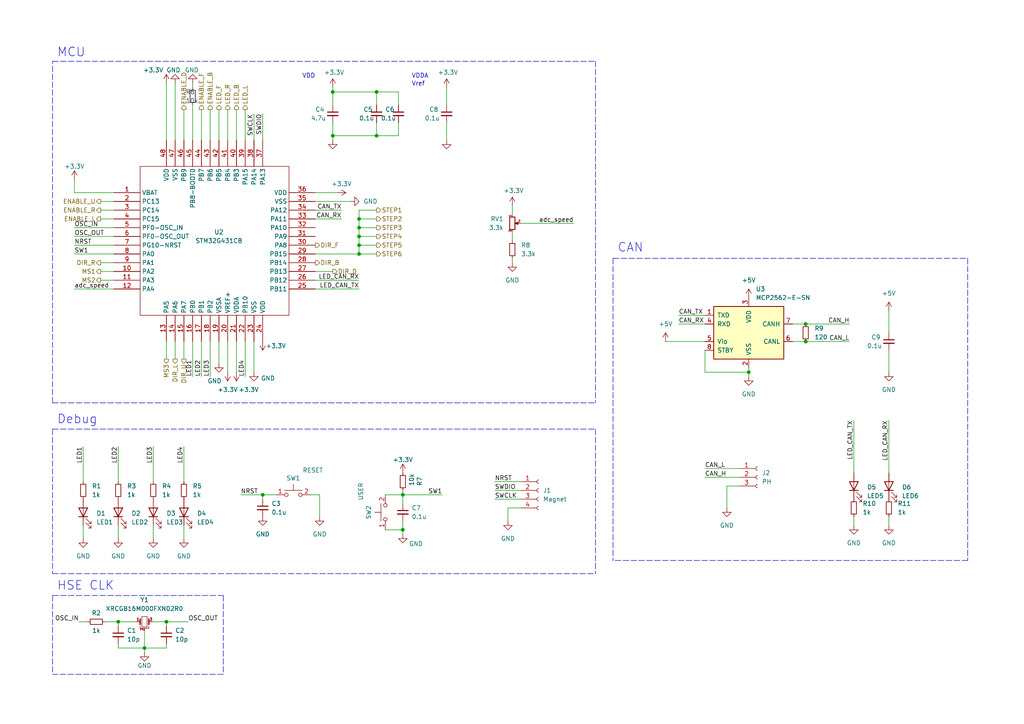
<source format=kicad_sch>
(kicad_sch (version 20231120) (generator "eeschema") (generator_version "8.0")
  (paper "A4")
  (lib_symbols
    (symbol "Connector:Conn_01x03_Socket" (pin_names (offset 1.016) hide)
      (property "Reference" "J" (at 0 5.08 0))
      (property "Value" "Conn_01x03_Socket" (at 0 -5.08 0))
      (symbol "Conn_01x03_Socket_1_1"
        (arc (start 0 -2.032) (mid -0.5058 -2.54) (end 0 -3.048) (stroke (width 0.1524)))
        (polyline (pts (xy -1.27 -2.54) (xy -0.508 -2.54)) (stroke (width 0.1524)))
        (polyline (pts (xy -1.27 0) (xy -0.508 0)) (stroke (width 0.1524)))
        (polyline (pts (xy -1.27 2.54) (xy -0.508 2.54)) (stroke (width 0.1524)))
        (arc (start 0 0.508) (mid -0.5058 0) (end 0 -0.508) (stroke (width 0.1524)))
        (arc (start 0 3.048) (mid -0.5058 2.54) (end 0 2.032) (stroke (width 0.1524)))
        (pin passive line (at -5.08 2.54 0) (length 3.81) (name "Pin_1") (number "1"))
        (pin passive line (at -5.08 0 0) (length 3.81) (name "Pin_2") (number "2"))
        (pin passive line (at -5.08 -2.54 0) (length 3.81) (name "Pin_3") (number "3"))
      )
    )
    (symbol "Connector:Conn_01x04_Female" (pin_names (offset 1.016) hide)
      (property "Reference" "J" (at 0 5.08 0))
      (property "Value" "Conn_01x04_Female" (at 0 -7.62 0))
      (symbol "Conn_01x04_Female_1_1"
        (arc (start 0 -4.572) (mid -0.5058 -5.08) (end 0 -5.588) (stroke (width 0.1524)))
        (arc (start 0 -2.032) (mid -0.5058 -2.54) (end 0 -3.048) (stroke (width 0.1524)))
        (polyline (pts (xy -1.27 -5.08) (xy -0.508 -5.08)) (stroke (width 0.1524)))
        (polyline (pts (xy -1.27 -2.54) (xy -0.508 -2.54)) (stroke (width 0.1524)))
        (polyline (pts (xy -1.27 0) (xy -0.508 0)) (stroke (width 0.1524)))
        (polyline (pts (xy -1.27 2.54) (xy -0.508 2.54)) (stroke (width 0.1524)))
        (arc (start 0 0.508) (mid -0.5058 0) (end 0 -0.508) (stroke (width 0.1524)))
        (arc (start 0 3.048) (mid -0.5058 2.54) (end 0 2.032) (stroke (width 0.1524)))
        (pin passive line (at -5.08 2.54 0) (length 3.81) (name "Pin_1") (number "1"))
        (pin passive line (at -5.08 0 0) (length 3.81) (name "Pin_2") (number "2"))
        (pin passive line (at -5.08 -2.54 0) (length 3.81) (name "Pin_3") (number "3"))
        (pin passive line (at -5.08 -5.08 0) (length 3.81) (name "Pin_4") (number "4"))
      )
    )
    (symbol "Device:C_Small" (pin_numbers hide) (pin_names (offset 0.254) hide)
      (property "Reference" "C" (at 0.254 1.778 0))
      (property "Value" "C_Small" (at 0.254 -2.032 0))
      (symbol "C_Small_0_1"
        (polyline (pts (xy -1.524 -0.508) (xy 1.524 -0.508)) (stroke (width 0.3302)))
        (polyline (pts (xy -1.524 0.508) (xy 1.524 0.508)) (stroke (width 0.3048)))
      )
      (symbol "C_Small_1_1"
        (pin passive line (at 0 2.54 270) (length 2.032) (name "~") (number "1"))
        (pin passive line (at 0 -2.54 90) (length 2.032) (name "~") (number "2"))
      )
    )
    (symbol "Device:Crystal_GND2_Small" (pin_names (offset 1.016) hide)
      (property "Reference" "Y" (at 0 5.08 0))
      (property "Value" "Crystal_GND2_Small" (at 0 3.175 0))
      (symbol "Crystal_GND2_Small_0_1"
        (rectangle (start -0.762 -1.524) (end 0.762 1.524))
        (polyline (pts (xy -1.27 -0.762) (xy -1.27 0.762)) (stroke (width 0.381)))
        (polyline (pts (xy 1.27 -0.762) (xy 1.27 0.762)) (stroke (width 0.381)))
        (polyline (pts (xy -1.27 -1.27) (xy -1.27 -1.905) (xy 1.27 -1.905) (xy 1.27 -1.27)))
      )
      (symbol "Crystal_GND2_Small_1_1"
        (pin passive line (at -2.54 0 0) (length 1.27) (name "1") (number "1"))
        (pin passive line (at 0 -2.54 90) (length 0.635) (name "2") (number "2"))
        (pin passive line (at 2.54 0 180) (length 1.27) (name "3") (number "3"))
      )
    )
    (symbol "Device:LED" (pin_numbers hide) (pin_names (offset 1.016) hide)
      (property "Reference" "D" (at 0 2.54 0))
      (property "Value" "LED" (at 0 -2.54 0))
      (symbol "LED_0_1"
        (polyline (pts (xy -1.27 -1.27) (xy -1.27 1.27)) (stroke (width 0.254)))
        (polyline (pts (xy -1.27 0) (xy 1.27 0)))
        (polyline (pts (xy 1.27 -1.27) (xy 1.27 1.27) (xy -1.27 0) (xy 1.27 -1.27)) (stroke (width 0.254)))
        (polyline (pts (xy -3.048 -0.762) (xy -4.572 -2.286) (xy -3.81 -2.286) (xy -4.572 -2.286) (xy -4.572 -1.524)))
        (polyline (pts (xy -1.778 -0.762) (xy -3.302 -2.286) (xy -2.54 -2.286) (xy -3.302 -2.286) (xy -3.302 -1.524)))
      )
      (symbol "LED_1_1"
        (pin passive line (at -3.81 0 0) (length 2.54) (name "K") (number "1"))
        (pin passive line (at 3.81 0 180) (length 2.54) (name "A") (number "2"))
      )
    )
    (symbol "Device:R_Potentiometer_Small" (pin_names (offset 1.016) hide)
      (property "Reference" "RV" (at -4.445 0 90))
      (property "Value" "R_Potentiometer_Small" (at -2.54 0 90))
      (symbol "R_Potentiometer_Small_0_1"
        (polyline (pts (xy 0.889 0) (xy 0.635 0) (xy 1.651 0.381) (xy 1.651 -0.381) (xy 0.635 0) (xy 0.889 0)) (fill (type outline)))
        (rectangle (start 0.762 1.8034) (end -0.762 -1.8034) (stroke (width 0.254)))
      )
      (symbol "R_Potentiometer_Small_1_1"
        (pin passive line (at 0 2.54 270) (length 0.635) (name "1") (number "1"))
        (pin passive line (at 2.54 0 180) (length 0.9906) (name "2") (number "2"))
        (pin passive line (at 0 -2.54 90) (length 0.635) (name "3") (number "3"))
      )
    )
    (symbol "Device:R_Small" (pin_numbers hide) (pin_names (offset 0.254) hide)
      (property "Reference" "R" (at 0.762 0.508 0))
      (property "Value" "R_Small" (at 0.762 -1.016 0))
      (symbol "R_Small_0_1"
        (rectangle (start -0.762 1.778) (end 0.762 -1.778) (stroke (width 0.2032)))
      )
      (symbol "R_Small_1_1"
        (pin passive line (at 0 2.54 270) (length 0.762) (name "~") (number "1"))
        (pin passive line (at 0 -2.54 90) (length 0.762) (name "~") (number "2"))
      )
    )
    (symbol "Interface_CAN_LIN:MCP2562-E-SN" (pin_names (offset 1.016))
      (property "Reference" "U" (at -10.16 8.89 0))
      (property "Value" "MCP2562-E-SN" (at 2.54 8.89 0))
      (symbol "MCP2562-E-SN_0_1"
        (rectangle (start -10.16 7.62) (end 10.16 -7.62) (stroke (width 0.254)) (fill (type background)))
      )
      (symbol "MCP2562-E-SN_1_1"
        (pin input line (at -12.7 5.08 0) (length 2.54) (name "TXD") (number "1"))
        (pin power_in line (at 0 -10.16 90) (length 2.54) (name "VSS") (number "2"))
        (pin power_in line (at 0 10.16 270) (length 2.54) (name "VDD") (number "3"))
        (pin output line (at -12.7 2.54 0) (length 2.54) (name "RXD") (number "4"))
        (pin power_in line (at -12.7 -2.54 0) (length 2.54) (name "Vio") (number "5"))
        (pin bidirectional line (at 12.7 -2.54 180) (length 2.54) (name "CANL") (number "6"))
        (pin bidirectional line (at 12.7 2.54 180) (length 2.54) (name "CANH") (number "7"))
        (pin input line (at -12.7 -5.08 0) (length 2.54) (name "STBY") (number "8"))
      )
    )
    (symbol "My_Device:SKRPACE" (pin_names (offset 1.016))
      (property "Reference" "SW" (at 0 6.35 0))
      (property "Value" "My_Device_SKRPACE" (at 0 8.89 0))
      (symbol "SKRPACE_1_1"
        (circle (center -2.032 0) (radius 0.508))
        (polyline (pts (xy 0 1.27) (xy 0 3.048)))
        (polyline (pts (xy 2.54 1.27) (xy -2.54 1.27)))
        (circle (center 2.032 0) (radius 0.508))
        (pin passive line (at -5.08 0 0) (length 2.54) (name "~") (number "1"))
        (pin passive line (at 5.08 0 180) (length 2.54) (name "~") (number "2"))
      )
    )
    (symbol "bldc_lib:STM32G431CB"
      (property "Reference" "U" (at 0 0 0))
      (property "Value" "STM32G431CB" (at 0 -2.54 0))
      (symbol "STM32G431CB_0_1"
        (rectangle (start -21.59 21.59) (end 21.59 -21.59))
      )
      (symbol "STM32G431CB_1_1"
        (pin input line (at -29.21 13.97 0) (length 7.62) (name "VBAT") (number "1"))
        (pin input line (at -29.21 -8.89 0) (length 7.62) (name "PA2") (number "10"))
        (pin input line (at -29.21 -11.43 0) (length 7.62) (name "PA3") (number "11"))
        (pin input line (at -29.21 -13.97 0) (length 7.62) (name "PA4") (number "12"))
        (pin input line (at -13.97 -29.21 90) (length 7.62) (name "PA5") (number "13"))
        (pin input line (at -11.43 -29.21 90) (length 7.62) (name "PA6") (number "14"))
        (pin input line (at -8.89 -29.21 90) (length 7.62) (name "PA7") (number "15"))
        (pin input line (at -6.35 -29.21 90) (length 7.62) (name "PB0") (number "16"))
        (pin input line (at -3.81 -29.21 90) (length 7.62) (name "PB1") (number "17"))
        (pin input line (at -1.27 -29.21 90) (length 7.62) (name "PB2") (number "18"))
        (pin input line (at 1.27 -29.21 90) (length 7.62) (name "VSSA") (number "19"))
        (pin input line (at -29.21 11.43 0) (length 7.62) (name "PC13") (number "2"))
        (pin input line (at 3.81 -29.21 90) (length 7.62) (name "VREF+") (number "20"))
        (pin input line (at 6.35 -29.21 90) (length 7.62) (name "VDDA") (number "21"))
        (pin input line (at 8.89 -29.21 90) (length 7.62) (name "PB10") (number "22"))
        (pin input line (at 11.43 -29.21 90) (length 7.62) (name "VSS") (number "23"))
        (pin input line (at 13.97 -29.21 90) (length 7.62) (name "VDD") (number "24"))
        (pin input line (at 29.21 -13.97 180) (length 7.62) (name "PB11") (number "25"))
        (pin input line (at 29.21 -11.43 180) (length 7.62) (name "PB12") (number "26"))
        (pin input line (at 29.21 -8.89 180) (length 7.62) (name "PB13") (number "27"))
        (pin input line (at 29.21 -6.35 180) (length 7.62) (name "PB14") (number "28"))
        (pin input line (at 29.21 -3.81 180) (length 7.62) (name "PB15") (number "29"))
        (pin input line (at -29.21 8.89 0) (length 7.62) (name "PC14") (number "3"))
        (pin input line (at 29.21 -1.27 180) (length 7.62) (name "PA8") (number "30"))
        (pin input line (at 29.21 1.27 180) (length 7.62) (name "PA9") (number "31"))
        (pin input line (at 29.21 3.81 180) (length 7.62) (name "PA10") (number "32"))
        (pin input line (at 29.21 6.35 180) (length 7.62) (name "PA11") (number "33"))
        (pin input line (at 29.21 8.89 180) (length 7.62) (name "PA12") (number "34"))
        (pin input line (at 29.21 11.43 180) (length 7.62) (name "VSS") (number "35"))
        (pin input line (at 29.21 13.97 180) (length 7.62) (name "VDD") (number "36"))
        (pin input line (at 13.97 29.21 270) (length 7.62) (name "PA13") (number "37"))
        (pin input line (at 11.43 29.21 270) (length 7.62) (name "PA14") (number "38"))
        (pin input line (at 8.89 29.21 270) (length 7.62) (name "PA15") (number "39"))
        (pin input line (at -29.21 6.35 0) (length 7.62) (name "PC15") (number "4"))
        (pin input line (at 6.35 29.21 270) (length 7.62) (name "PB3") (number "40"))
        (pin input line (at 3.81 29.21 270) (length 7.62) (name "PB4") (number "41"))
        (pin input line (at 1.27 29.21 270) (length 7.62) (name "PB5") (number "42"))
        (pin input line (at -1.27 29.21 270) (length 7.62) (name "PB6") (number "43"))
        (pin input line (at -3.81 29.21 270) (length 7.62) (name "PB7") (number "44"))
        (pin input line (at -6.35 29.21 270) (length 7.62) (name "PB8-BOOT0") (number "45"))
        (pin input line (at -8.89 29.21 270) (length 7.62) (name "PB9") (number "46"))
        (pin input line (at -11.43 29.21 270) (length 7.62) (name "VSS") (number "47"))
        (pin input line (at -13.97 29.21 270) (length 7.62) (name "VDD") (number "48"))
        (pin input line (at -29.21 3.81 0) (length 7.62) (name "PF0-OSC_IN") (number "5"))
        (pin input line (at -29.21 1.27 0) (length 7.62) (name "PF0-OSC_OUT") (number "6"))
        (pin input line (at -29.21 -1.27 0) (length 7.62) (name "PG10-NRST") (number "7"))
        (pin input line (at -29.21 -3.81 0) (length 7.62) (name "PA0") (number "8"))
        (pin input line (at -29.21 -6.35 0) (length 7.62) (name "PA1") (number "9"))
      )
    )
    (symbol "power:+3.3V" (power) (pin_names (offset 0))
      (property "Value" "+3.3V" (at 0 3.556 0))
      (symbol "+3.3V_0_1"
        (polyline (pts (xy -0.762 1.27) (xy 0 2.54)))
        (polyline (pts (xy 0 0) (xy 0 2.54)))
        (polyline (pts (xy 0 2.54) (xy 0.762 1.27)))
      )
      (symbol "+3.3V_1_1"
        (pin power_in line (at 0 0 90) (length 0) hide (name "+3.3V") (number "1"))
      )
    )
    (symbol "power:+5V" (power) (pin_names (offset 0))
      (property "Value" "+5V" (at 0 3.556 0))
      (symbol "+5V_0_1"
        (polyline (pts (xy -0.762 1.27) (xy 0 2.54)))
        (polyline (pts (xy 0 0) (xy 0 2.54)))
        (polyline (pts (xy 0 2.54) (xy 0.762 1.27)))
      )
      (symbol "+5V_1_1"
        (pin power_in line (at 0 0 90) (length 0) hide (name "+5V") (number "1"))
      )
    )
    (symbol "power:GND" (power) (pin_names (offset 0))
      (property "Value" "GND" (at 0 -3.81 0))
      (symbol "GND_0_1"
        (polyline (pts (xy 0 0) (xy 0 -1.27) (xy 1.27 -1.27) (xy 0 -2.54) (xy -1.27 -1.27) (xy 0 -1.27)))
      )
      (symbol "GND_1_1"
        (pin power_in line (at 0 0 270) (length 0) hide (name "GND") (number "1"))
      )
    )
  )
  (junction (at 104.14 63.5))
  (junction (at 116.84 153.67))
  (junction (at 48.26 180.34))
  (junction (at 109.22 26.67))
  (junction (at 116.84 143.51))
  (junction (at 104.14 68.58))
  (junction (at 109.22 39.37))
  (junction (at 104.14 71.12))
  (junction (at 233.68 99.06))
  (junction (at 96.52 39.37))
  (junction (at 41.91 187.96))
  (junction (at 96.52 26.67))
  (junction (at 34.29 180.34))
  (junction (at 104.14 66.04))
  (junction (at 104.14 73.66))
  (junction (at 233.68 93.98))
  (junction (at 217.17 107.95))
  (junction (at 76.2 143.51))
  (wire (pts (xy 129.54 25.4) (xy 129.54 30.48)))
  (wire (pts (xy 257.81 149.86) (xy 257.81 152.4)))
  (wire (pts (xy 96.52 39.37) (xy 96.52 40.64)))
  (wire (pts (xy 104.14 60.96) (xy 104.14 63.5)))
  (wire (pts (xy 34.29 186.69) (xy 34.29 187.96)))
  (wire (pts (xy 69.85 143.51) (xy 76.2 143.51)))
  (wire (pts (xy 41.91 187.96) (xy 48.26 187.96)))
  (wire (pts (xy 71.12 31.75) (xy 71.12 40.64)))
  (polyline (pts (xy 172.72 17.78) (xy 172.72 116.84)) (stroke (width 0) (type dash)))
  (wire (pts (xy 22.86 180.34) (xy 25.4 180.34)))
  (wire (pts (xy 116.84 154.94) (xy 116.84 153.67)))
  (polyline (pts (xy 15.24 124.46) (xy 172.72 124.46)) (stroke (width 0) (type dash)))
  (wire (pts (xy 257.81 90.17) (xy 257.81 96.52)))
  (wire (pts (xy 151.13 147.32) (xy 147.32 147.32)))
  (wire (pts (xy 257.81 101.6) (xy 257.81 107.95)))
  (wire (pts (xy 109.22 60.96) (xy 104.14 60.96)))
  (wire (pts (xy 204.47 107.95) (xy 217.17 107.95)))
  (wire (pts (xy 66.04 107.95) (xy 66.04 99.06)))
  (wire (pts (xy 104.14 63.5) (xy 109.22 63.5)))
  (wire (pts (xy 21.59 66.04) (xy 33.02 66.04)))
  (wire (pts (xy 204.47 135.89) (xy 214.63 135.89)))
  (wire (pts (xy 53.34 152.4) (xy 53.34 156.21)))
  (wire (pts (xy 111.76 153.67) (xy 116.84 153.67)))
  (wire (pts (xy 91.44 78.74) (xy 96.52 78.74)))
  (wire (pts (xy 104.14 71.12) (xy 104.14 73.66)))
  (wire (pts (xy 29.21 58.42) (xy 33.02 58.42)))
  (wire (pts (xy 30.48 180.34) (xy 34.29 180.34)))
  (wire (pts (xy 73.66 33.02) (xy 73.66 40.64)))
  (wire (pts (xy 143.51 139.7) (xy 151.13 139.7)))
  (wire (pts (xy 53.34 104.14) (xy 53.34 99.06)))
  (wire (pts (xy 143.51 142.24) (xy 151.13 142.24)))
  (wire (pts (xy 104.14 63.5) (xy 104.14 66.04)))
  (wire (pts (xy 129.54 35.56) (xy 129.54 40.64)))
  (wire (pts (xy 76.2 33.02) (xy 76.2 40.64)))
  (wire (pts (xy 196.85 93.98) (xy 204.47 93.98)))
  (wire (pts (xy 21.59 83.82) (xy 33.02 83.82)))
  (wire (pts (xy 34.29 187.96) (xy 41.91 187.96)))
  (wire (pts (xy 116.84 151.13) (xy 116.84 153.67)))
  (wire (pts (xy 41.91 182.88) (xy 41.91 187.96)))
  (wire (pts (xy 29.21 60.96) (xy 33.02 60.96)))
  (wire (pts (xy 34.29 152.4) (xy 34.29 156.21)))
  (wire (pts (xy 148.59 59.69) (xy 148.59 62.23)))
  (wire (pts (xy 148.59 67.31) (xy 148.59 69.85)))
  (wire (pts (xy 55.88 99.06) (xy 55.88 109.22)))
  (wire (pts (xy 166.37 64.77) (xy 151.13 64.77)))
  (wire (pts (xy 104.14 71.12) (xy 109.22 71.12)))
  (wire (pts (xy 73.66 99.06) (xy 73.66 107.95)))
  (polyline (pts (xy 15.24 17.78) (xy 172.72 17.78)) (stroke (width 0) (type dash)))
  (polyline (pts (xy 177.8 74.93) (xy 280.67 74.93)) (stroke (width 0) (type dash)))
  (polyline (pts (xy 177.8 74.93) (xy 177.8 162.56)) (stroke (width 0) (type dash)))
  (wire (pts (xy 246.38 93.98) (xy 233.68 93.98)))
  (polyline (pts (xy 69.85 166.37) (xy 172.72 166.37)) (stroke (width 0) (type dash)))
  (wire (pts (xy 55.88 30.48) (xy 55.88 40.64)))
  (wire (pts (xy 247.65 149.86) (xy 247.65 152.4)))
  (wire (pts (xy 109.22 39.37) (xy 115.57 39.37)))
  (wire (pts (xy 60.96 109.22) (xy 60.96 99.06)))
  (wire (pts (xy 109.22 26.67) (xy 115.57 26.67)))
  (wire (pts (xy 48.26 186.69) (xy 48.26 187.96)))
  (wire (pts (xy 96.52 35.56) (xy 96.52 39.37)))
  (polyline (pts (xy 280.67 74.93) (xy 280.67 162.56)) (stroke (width 0) (type dash)))
  (wire (pts (xy 148.59 76.2) (xy 148.59 74.93)))
  (wire (pts (xy 104.14 68.58) (xy 109.22 68.58)))
  (wire (pts (xy 24.13 152.4) (xy 24.13 156.21)))
  (wire (pts (xy 76.2 144.78) (xy 76.2 143.51)))
  (wire (pts (xy 53.34 31.75) (xy 53.34 40.64)))
  (wire (pts (xy 210.82 140.97) (xy 214.63 140.97)))
  (wire (pts (xy 115.57 35.56) (xy 115.57 39.37)))
  (wire (pts (xy 48.26 104.14) (xy 48.26 99.06)))
  (wire (pts (xy 48.26 180.34) (xy 48.26 181.61)))
  (polyline (pts (xy 172.72 124.46) (xy 172.72 166.37)) (stroke (width 0) (type dash)))
  (polyline (pts (xy 15.24 166.37) (xy 69.85 166.37)) (stroke (width 0) (type dash)))
  (wire (pts (xy 21.59 52.07) (xy 21.59 55.88)))
  (wire (pts (xy 246.38 99.06) (xy 233.68 99.06)))
  (wire (pts (xy 96.52 26.67) (xy 109.22 26.67)))
  (wire (pts (xy 21.59 68.58) (xy 33.02 68.58)))
  (wire (pts (xy 193.04 99.06) (xy 204.47 99.06)))
  (polyline (pts (xy 280.67 162.56) (xy 177.8 162.56)) (stroke (width 0) (type dash)))
  (wire (pts (xy 58.42 31.75) (xy 58.42 40.64)))
  (wire (pts (xy 104.14 66.04) (xy 109.22 66.04)))
  (polyline (pts (xy 15.24 116.84) (xy 172.72 116.84)) (stroke (width 0) (type dash)))
  (wire (pts (xy 21.59 55.88) (xy 33.02 55.88)))
  (wire (pts (xy 29.21 63.5) (xy 33.02 63.5)))
  (wire (pts (xy 96.52 26.67) (xy 96.52 30.48)))
  (wire (pts (xy 92.71 143.51) (xy 90.17 143.51)))
  (wire (pts (xy 128.27 143.51) (xy 116.84 143.51)))
  (polyline (pts (xy 15.24 124.46) (xy 15.24 166.37)) (stroke (width 0) (type dash)))
  (wire (pts (xy 29.21 78.74) (xy 33.02 78.74)))
  (wire (pts (xy 217.17 106.68) (xy 217.17 107.95)))
  (wire (pts (xy 99.06 60.96) (xy 91.44 60.96)))
  (wire (pts (xy 257.81 121.92) (xy 257.81 137.16)))
  (polyline (pts (xy 15.24 172.72) (xy 15.24 195.58)) (stroke (width 0) (type dash)))
  (wire (pts (xy 29.21 76.2) (xy 33.02 76.2)))
  (wire (pts (xy 104.14 68.58) (xy 104.14 71.12)))
  (wire (pts (xy 92.71 149.86) (xy 92.71 143.51)))
  (wire (pts (xy 104.14 73.66) (xy 109.22 73.66)))
  (wire (pts (xy 34.29 180.34) (xy 34.29 181.61)))
  (wire (pts (xy 204.47 101.6) (xy 204.47 107.95)))
  (wire (pts (xy 68.58 31.75) (xy 68.58 40.64)))
  (wire (pts (xy 109.22 35.56) (xy 109.22 39.37)))
  (polyline (pts (xy 15.24 172.72) (xy 64.77 172.72)) (stroke (width 0) (type dash)))
  (polyline (pts (xy 69.85 166.37) (xy 69.85 166.37)) (stroke (width 0) (type dash)))
  (polyline (pts (xy 64.77 195.58) (xy 15.24 195.58)) (stroke (width 0) (type dash)))
  (wire (pts (xy 29.21 81.28) (xy 33.02 81.28)))
  (wire (pts (xy 96.52 39.37) (xy 109.22 39.37)))
  (wire (pts (xy 48.26 180.34) (xy 54.61 180.34)))
  (wire (pts (xy 39.37 180.34) (xy 34.29 180.34)))
  (wire (pts (xy 204.47 138.43) (xy 214.63 138.43)))
  (wire (pts (xy 76.2 143.51) (xy 80.01 143.51)))
  (wire (pts (xy 24.13 129.54) (xy 24.13 139.7)))
  (wire (pts (xy 104.14 66.04) (xy 104.14 68.58)))
  (wire (pts (xy 63.5 99.06) (xy 63.5 105.41)))
  (wire (pts (xy 21.59 73.66) (xy 33.02 73.66)))
  (wire (pts (xy 143.51 144.78) (xy 151.13 144.78)))
  (wire (pts (xy 33.02 71.12) (xy 21.59 71.12)))
  (wire (pts (xy 58.42 109.22) (xy 58.42 99.06)))
  (wire (pts (xy 91.44 55.88) (xy 97.79 55.88)))
  (wire (pts (xy 50.8 24.13) (xy 50.8 40.64)))
  (wire (pts (xy 99.06 63.5) (xy 91.44 63.5)))
  (wire (pts (xy 91.44 58.42) (xy 101.6 58.42)))
  (wire (pts (xy 233.68 99.06) (xy 229.87 99.06)))
  (wire (pts (xy 63.5 31.75) (xy 63.5 40.64)))
  (wire (pts (xy 66.04 31.75) (xy 66.04 40.64)))
  (wire (pts (xy 116.84 142.24) (xy 116.84 143.51)))
  (wire (pts (xy 233.68 93.98) (xy 229.87 93.98)))
  (wire (pts (xy 115.57 26.67) (xy 115.57 30.48)))
  (wire (pts (xy 71.12 99.06) (xy 71.12 109.22)))
  (wire (pts (xy 48.26 24.13) (xy 48.26 40.64)))
  (wire (pts (xy 116.84 143.51) (xy 116.84 146.05)))
  (wire (pts (xy 147.32 147.32) (xy 147.32 151.13)))
  (wire (pts (xy 111.76 143.51) (xy 116.84 143.51)))
  (wire (pts (xy 53.34 129.54) (xy 53.34 139.7)))
  (wire (pts (xy 44.45 180.34) (xy 48.26 180.34)))
  (wire (pts (xy 60.96 31.75) (xy 60.96 40.64)))
  (wire (pts (xy 50.8 104.14) (xy 50.8 99.06)))
  (wire (pts (xy 247.65 121.92) (xy 247.65 137.16)))
  (wire (pts (xy 44.45 129.54) (xy 44.45 139.7)))
  (wire (pts (xy 109.22 26.67) (xy 109.22 30.48)))
  (wire (pts (xy 41.91 187.96) (xy 41.91 189.23)))
  (wire (pts (xy 68.58 107.95) (xy 68.58 99.06)))
  (wire (pts (xy 196.85 91.44) (xy 204.47 91.44)))
  (polyline (pts (xy 172.72 166.37) (xy 172.72 166.37)) (stroke (width 0) (type dash)))
  (wire (pts (xy 91.44 81.28) (xy 104.14 81.28)))
  (wire (pts (xy 217.17 107.95) (xy 217.17 109.22)))
  (wire (pts (xy 34.29 129.54) (xy 34.29 139.7)))
  (wire (pts (xy 44.45 152.4) (xy 44.45 156.21)))
  (wire (pts (xy 104.14 83.82) (xy 91.44 83.82)))
  (wire (pts (xy 55.88 24.13) (xy 55.88 25.4)))
  (wire (pts (xy 96.52 26.67) (xy 96.52 25.4)))
  (polyline (pts (xy 64.77 172.72) (xy 64.77 195.58)) (stroke (width 0) (type dash)))
  (wire (pts (xy 210.82 140.97) (xy 210.82 147.32)))
  (polyline (pts (xy 15.24 116.84) (xy 15.24 17.78)) (stroke (width 0) (type dash)))
  (wire (pts (xy 91.44 73.66) (xy 104.14 73.66)))
  (text "Vref" (at 119.38 25.146 0) (effects (font (size 1.27 1.27)) (justify left bottom)))
  (text "VDD" (at 87.63 22.86 0) (effects (font (size 1.27 1.27)) (justify left bottom)))
  (text "MCU" (at 16.51 16.764 0) (effects (font (size 2.54 2.54)) (justify left bottom)))
  (text "CAN" (at 179.07 73.406 0) (effects (font (size 2.54 2.54)) (justify left bottom)))
  (text "VDDA" (at 119.38 22.86 0) (effects (font (size 1.27 1.27)) (justify left bottom)))
  (text "Debug" (at 16.51 123.19 0) (effects (font (size 2.54 2.54)) (justify left bottom)))
  (text "HSE CLK" (at 16.51 171.45 0) (effects (font (size 2.54 2.54)) (justify left bottom)))
  (label "CAN_H" (at 246.38 93.98 180))
  (label "LED4" (at 53.34 129.54 270))
  (label "NRST" (at 69.85 143.51 0))
  (label "LED3" (at 44.45 129.54 270))
  (label "NRST" (at 143.51 139.7 0))
  (label "OSC_OUT" (at 54.61 180.34 0))
  (label "CAN_RX" (at 99.06 63.5 180))
  (label "CAN_H" (at 204.47 138.43 0))
  (label "SW1" (at 21.59 73.66 0))
  (label "LED3" (at 60.96 109.22 90))
  (label "CAN_TX" (at 99.06 60.96 180))
  (label "adc_speed" (at 21.59 83.82 0))
  (label "LED4" (at 71.12 109.22 90))
  (label "LED2" (at 58.42 109.22 90))
  (label "LED1" (at 24.13 129.54 270))
  (label "LED_CAN_TX" (at 247.65 121.92 270))
  (label "LED2" (at 34.29 129.54 270))
  (label "CAN_TX" (at 196.85 91.44 0))
  (label "SW1" (at 128.27 143.51 180))
  (label "OSC_OUT" (at 21.59 68.58 0))
  (label "SWDIO" (at 76.2 33.02 270))
  (label "NRST" (at 21.59 71.12 0))
  (label "LED_CAN_RX" (at 104.14 81.28 180))
  (label "SWCLK" (at 143.51 144.78 0))
  (label "SWDIO" (at 143.51 142.24 0))
  (label "LED_CAN_TX" (at 104.14 83.82 180))
  (label "LED_CAN_RX" (at 257.81 121.92 270))
  (label "OSC_IN" (at 21.59 66.04 0))
  (label "CAN_RX" (at 196.85 93.98 0))
  (label "OSC_IN" (at 22.86 180.34 180))
  (label "CAN_L" (at 204.47 135.89 0))
  (label "CAN_L" (at 246.38 99.06 180))
  (label "LED1" (at 55.88 109.22 90))
  (label "adc_speed" (at 166.37 64.77 180))
  (label "SWCLK" (at 73.66 33.02 270))
  (hierarchical_label "ENABLE_D" (shape output) (at 53.34 31.75 90))
  (hierarchical_label "LED_L" (shape output) (at 71.12 31.75 90))
  (hierarchical_label "ENABLE_R" (shape output) (at 29.21 60.96 180))
  (hierarchical_label "ENABLE_U" (shape output) (at 29.21 58.42 180))
  (hierarchical_label "DIR_R" (shape output) (at 29.21 76.2 180))
  (hierarchical_label "DIR_U" (shape output) (at 53.34 104.14 270))
  (hierarchical_label "DIR_D" (shape output) (at 96.52 78.74 0))
  (hierarchical_label "STEP3" (shape output) (at 109.22 66.04 0))
  (hierarchical_label "MS1" (shape output) (at 29.21 78.74 180))
  (hierarchical_label "DIR_B" (shape output) (at 91.44 76.2 0))
  (hierarchical_label "ENABLE_B" (shape output) (at 60.96 31.75 90))
  (hierarchical_label "ENABLE_L" (shape output) (at 29.21 63.5 180))
  (hierarchical_label "DIR_L" (shape output) (at 50.8 104.14 270))
  (hierarchical_label "MS3" (shape output) (at 48.26 104.14 270))
  (hierarchical_label "DIR_F" (shape output) (at 91.44 71.12 0))
  (hierarchical_label "LED_B" (shape output) (at 68.58 31.75 90))
  (hierarchical_label "STEP4" (shape output) (at 109.22 68.58 0))
  (hierarchical_label "STEP2" (shape output) (at 109.22 63.5 0))
  (hierarchical_label "STEP1" (shape output) (at 109.22 60.96 0))
  (hierarchical_label "STEP6" (shape output) (at 109.22 73.66 0))
  (hierarchical_label "LED_R" (shape output) (at 66.04 31.75 90))
  (hierarchical_label "ENABLE_F" (shape output) (at 58.42 31.75 90))
  (hierarchical_label "MS2" (shape output) (at 29.21 81.28 180))
  (hierarchical_label "LED_F" (shape output) (at 63.5 31.75 90))
  (hierarchical_label "STEP5" (shape output) (at 109.22 71.12 0))
  (symbol (lib_id "Device:Crystal_GND2_Small") (at 41.91 180.34 0) (unit 1)
    (property "Reference" "Y1" (at 41.91 173.99 0))
    (property "Value" "XRCGB16M000FXN02R0" (at 41.91 176.53 0))
    (property "Footprint" "bldc_lib:XRCGB" (effects (hide yes)))
  )
  (symbol (lib_id "power:+3.3V") (at 129.54 25.4 0) (unit 1)
    (property "Reference" "#PWR033" (effects (hide yes)))
    (property "Value" "+3.3V" (at 129.921 21.0058 0))
  )
  (symbol (lib_id "power:GND") (at 210.82 147.32 0) (unit 1)
    (property "Reference" "#PWR039" (effects (hide yes)))
    (property "Value" "GND" (at 210.82 152.4 0))
  )
  (symbol (lib_id "power:+3.3V") (at 148.59 59.69 0) (unit 1)
    (property "Reference" "#PWR036" (effects (hide yes)))
    (property "Value" "+3.3V" (at 148.971 55.2958 0))
  )
  (symbol (lib_id "Device:R_Small") (at 55.88 27.94 180) (unit 1)
    (property "Reference" "R6" (at 53.848 26.67 0) (effects (justify right)))
    (property "Value" "10k" (at 53.848 29.21 0) (effects (justify right)))
    (property "Footprint" "Resistor_SMD:R_0603_1608Metric_Pad0.98x0.95mm_HandSolder" (effects (hide yes)))
  )
  (symbol (lib_id "power:GND") (at 41.91 189.23 0) (unit 1)
    (property "Reference" "#PWR014" (effects (hide yes)))
    (property "Value" "GND" (at 41.91 193.04 0))
  )
  (symbol (lib_id "power:GND") (at 53.34 156.21 0) (unit 1)
    (property "Reference" "#PWR018" (effects (hide yes)))
    (property "Value" "GND" (at 53.34 161.29 0))
  )
  (symbol (lib_id "Device:C_Small") (at 129.54 33.02 0) (unit 1)
    (property "Reference" "C8" (at 124.46 31.75 0) (effects (justify left)))
    (property "Value" "0.1u" (at 123.19 34.29 0) (effects (justify left)))
    (property "Footprint" "Capacitor_SMD:C_0603_1608Metric" (effects (hide yes)))
  )
  (symbol (lib_id "power:+3.3V") (at 116.84 137.16 0) (unit 1)
    (property "Reference" "#PWR031" (effects (hide yes)))
    (property "Value" "+3.3V" (at 116.84 133.35 0))
  )
  (symbol (lib_id "Device:C_Small") (at 115.57 33.02 0) (unit 1)
    (property "Reference" "C6" (at 111.76 31.75 0) (effects (justify left)))
    (property "Value" "0.1u" (at 110.49 34.29 0) (effects (justify left)))
    (property "Footprint" "Capacitor_SMD:C_0603_1608Metric" (effects (hide yes)))
  )
  (symbol (lib_id "power:GND") (at 247.65 152.4 0) (unit 1)
    (property "Reference" "#PWR042" (effects (hide yes)))
    (property "Value" "GND" (at 247.65 157.48 0))
  )
  (symbol (lib_id "Device:LED") (at 34.29 148.59 90) (unit 1)
    (property "Reference" "D2" (at 38.1 148.9074 90) (effects (justify right)))
    (property "Value" "LED2" (at 38.1 151.4474 90) (effects (justify right)))
    (property "Footprint" "LED_SMD:LED_0603_1608Metric" (effects (hide yes)))
  )
  (symbol (lib_id "Device:R_Small") (at 233.68 96.52 0) (unit 1)
    (property "Reference" "R9" (at 236.22 95.2499 0) (effects (justify left)))
    (property "Value" "120" (at 236.22 97.7899 0) (effects (justify left)))
    (property "Footprint" "Resistor_SMD:R_0603_1608Metric_Pad0.98x0.95mm_HandSolder" (effects (hide yes)))
  )
  (symbol (lib_id "Device:R_Small") (at 247.65 147.32 0) (unit 1)
    (property "Reference" "R10" (at 250.19 146.0499 0) (effects (justify left)))
    (property "Value" "1k" (at 250.19 148.5899 0) (effects (justify left)))
    (property "Footprint" "Resistor_SMD:R_0603_1608Metric_Pad0.98x0.95mm_HandSolder" (effects (hide yes)))
  )
  (symbol (lib_id "power:+3.3V") (at 96.52 25.4 0) (unit 1)
    (property "Reference" "#PWR027" (effects (hide yes)))
    (property "Value" "+3.3V" (at 96.901 21.0058 0))
  )
  (symbol (lib_id "Device:R_Small") (at 257.81 147.32 0) (unit 1)
    (property "Reference" "R11" (at 260.35 146.0499 0) (effects (justify left)))
    (property "Value" "1k" (at 260.35 148.5899 0) (effects (justify left)))
    (property "Footprint" "Resistor_SMD:R_0603_1608Metric_Pad0.98x0.95mm_HandSolder" (effects (hide yes)))
  )
  (symbol (lib_id "power:+3.3V") (at 76.2 99.06 180) (unit 1)
    (property "Reference" "#PWR024" (effects (hide yes)))
    (property "Value" "+3.3V" (at 80.01 100.33 0))
  )
  (symbol (lib_id "Device:LED") (at 247.65 140.97 90) (unit 1)
    (property "Reference" "D5" (at 251.46 141.2874 90) (effects (justify right)))
    (property "Value" "LED5" (at 251.46 143.8274 90) (effects (justify right)))
    (property "Footprint" "LED_SMD:LED_0603_1608Metric" (effects (hide yes)))
  )
  (symbol (lib_id "Device:R_Small") (at 24.13 142.24 0) (unit 1)
    (property "Reference" "R1" (at 26.67 140.9699 0) (effects (justify left)))
    (property "Value" "1k" (at 26.67 143.5099 0) (effects (justify left)))
    (property "Footprint" "Resistor_SMD:R_0603_1608Metric_Pad0.98x0.95mm_HandSolder" (effects (hide yes)))
  )
  (symbol (lib_id "My_Device:SKRPACE") (at 111.76 148.59 90) (unit 1)
    (property "Reference" "SW2" (at 106.934 146.558 0) (effects (justify right)))
    (property "Value" "USER" (at 104.648 139.954 0) (effects (justify right)))
    (property "Footprint" "half_mouse_lib:TVAF06-A020B-R" (effects (hide yes)))
  )
  (symbol (lib_id "bldc_lib:STM32G431CB") (at 62.23 69.85 0) (unit 1)
    (property "Reference" "U2" (at 63.5 67.31 0))
    (property "Value" "STM32G431CB" (at 63.5 69.85 0))
    (property "Footprint" "Package_QFP:LQFP-48_7x7mm_P0.5mm" (effects (hide yes)))
  )
  (symbol (lib_id "Device:R_Small") (at 27.94 180.34 90) (unit 1)
    (property "Reference" "R2" (at 27.94 177.8 90))
    (property "Value" "1k" (at 27.94 182.88 90))
    (property "Footprint" "Resistor_SMD:R_0402_1005Metric_Pad0.72x0.64mm_HandSolder" (effects (hide yes)))
  )
  (symbol (lib_id "My_Device:SKRPACE") (at 85.09 143.51 0) (unit 1)
    (property "Reference" "SW1" (at 87.122 138.684 0) (effects (justify right)))
    (property "Value" "RESET" (at 93.726 136.398 0) (effects (justify right)))
    (property "Footprint" "half_mouse_lib:TVAF06-A020B-R" (effects (hide yes)))
  )
  (symbol (lib_id "power:GND") (at 217.17 109.22 0) (unit 1)
    (property "Reference" "#PWR041" (effects (hide yes)))
    (property "Value" "GND" (at 217.17 114.3 0))
  )
  (symbol (lib_id "power:GND") (at 50.8 24.13 180) (unit 1)
    (property "Reference" "#PWR017" (effects (hide yes)))
    (property "Value" "GND" (at 48.26 20.32 0) (effects (justify right)))
  )
  (symbol (lib_id "Device:C_Small") (at 48.26 184.15 0) (unit 1)
    (property "Reference" "C2" (at 50.8 182.8862 0) (effects (justify left)))
    (property "Value" "10p" (at 50.8 185.4262 0) (effects (justify left)))
    (property "Footprint" "Capacitor_SMD:C_0402_1005Metric_Pad0.74x0.62mm_HandSolder" (effects (hide yes)))
  )
  (symbol (lib_id "power:GND") (at 44.45 156.21 0) (unit 1)
    (property "Reference" "#PWR015" (effects (hide yes)))
    (property "Value" "GND" (at 44.45 161.29 0))
  )
  (symbol (lib_id "power:GND") (at 34.29 156.21 0) (unit 1)
    (property "Reference" "#PWR013" (effects (hide yes)))
    (property "Value" "GND" (at 34.29 161.29 0))
  )
  (symbol (lib_id "Connector:Conn_01x03_Socket") (at 219.71 138.43 0) (unit 1)
    (property "Reference" "J2" (at 220.98 137.1599 0) (effects (justify left)))
    (property "Value" "PH" (at 220.98 139.6999 0) (effects (justify left)))
    (property "Footprint" "Connector_JST:JST_PH_S3B-PH-K_1x03_P2.00mm_Horizontal" (effects (hide yes)))
    (property "Description" "Generic connector, single row, 01x03, script generated" (effects (hide yes)))
  )
  (symbol (lib_id "Device:R_Potentiometer_Small") (at 148.59 64.77 0) (unit 1)
    (property "Reference" "RV1" (at 146.05 63.4999 0) (effects (justify right)))
    (property "Value" "3.3k" (at 146.05 66.0399 0) (effects (justify right)))
    (property "Footprint" "Potentiometer_THT:Potentiometer_Vishay_T73YP_Vertical" (effects (hide yes)))
  )
  (symbol (lib_id "Device:C_Small") (at 257.81 99.06 0) (unit 1)
    (property "Reference" "C9" (at 252.73 97.79 0) (effects (justify left)))
    (property "Value" "0.1u" (at 251.46 100.33 0) (effects (justify left)))
    (property "Footprint" "Capacitor_SMD:C_0603_1608Metric" (effects (hide yes)))
  )
  (symbol (lib_id "power:+5V") (at 257.81 90.17 0) (unit 1)
    (property "Reference" "#PWR043" (effects (hide yes)))
    (property "Value" "+5V" (at 257.81 85.09 0))
  )
  (symbol (lib_id "power:+3.3V") (at 66.04 107.95 180) (unit 1)
    (property "Reference" "#PWR021" (effects (hide yes)))
    (property "Value" "+3.3V" (at 66.04 113.03 0))
  )
  (symbol (lib_id "Interface_CAN_LIN:MCP2562-E-SN") (at 217.17 96.52 0) (unit 1)
    (property "Reference" "U3" (at 219.1894 83.82 0) (effects (justify left)))
    (property "Value" "MCP2562-E-SN" (at 219.1894 86.36 0) (effects (justify left)))
    (property "Footprint" "Package_SO:SOIC-8_3.9x4.9mm_P1.27mm" (effects (hide yes)))
    (property "Datasheet" "http://ww1.microchip.com/downloads/en/DeviceDoc/25167A.pdf" (effects (hide yes)))
  )
  (symbol (lib_id "Device:C_Small") (at 76.2 147.32 0) (unit 1)
    (property "Reference" "C3" (at 78.74 146.0562 0) (effects (justify left)))
    (property "Value" "0.1u" (at 78.74 148.5962 0) (effects (justify left)))
    (property "Footprint" "Capacitor_SMD:C_0603_1608Metric_Pad1.08x0.95mm_HandSolder" (effects (hide yes)))
  )
  (symbol (lib_id "Device:LED") (at 24.13 148.59 90) (unit 1)
    (property "Reference" "D1" (at 27.94 148.9074 90) (effects (justify right)))
    (property "Value" "LED1" (at 27.94 151.4474 90) (effects (justify right)))
    (property "Footprint" "LED_SMD:LED_0603_1608Metric" (effects (hide yes)))
  )
  (symbol (lib_id "power:GND") (at 76.2 149.86 0) (unit 1)
    (property "Reference" "#PWR025" (effects (hide yes)))
    (property "Value" "GND" (at 76.2 154.94 0))
  )
  (symbol (lib_id "Device:LED") (at 44.45 148.59 90) (unit 1)
    (property "Reference" "D3" (at 48.26 148.9074 90) (effects (justify right)))
    (property "Value" "LED3" (at 48.26 151.4474 90) (effects (justify right)))
    (property "Footprint" "LED_SMD:LED_0603_1608Metric" (effects (hide yes)))
  )
  (symbol (lib_id "power:GND") (at 24.13 156.21 0) (unit 1)
    (property "Reference" "#PWR012" (effects (hide yes)))
    (property "Value" "GND" (at 24.13 161.29 0))
  )
  (symbol (lib_id "power:GND") (at 116.84 154.94 0) (unit 1)
    (property "Reference" "#PWR032" (effects (hide yes)))
    (property "Value" "GND" (at 120.65 157.734 0))
  )
  (symbol (lib_id "Device:R_Small") (at 34.29 142.24 0) (unit 1)
    (property "Reference" "R3" (at 36.83 140.9699 0) (effects (justify left)))
    (property "Value" "1k" (at 36.83 143.5099 0) (effects (justify left)))
    (property "Footprint" "Resistor_SMD:R_0603_1608Metric_Pad0.98x0.95mm_HandSolder" (effects (hide yes)))
  )
  (symbol (lib_id "power:GND") (at 63.5 105.41 0) (unit 1)
    (property "Reference" "#PWR020" (effects (hide yes)))
    (property "Value" "GND" (at 62.23 110.49 0))
  )
  (symbol (lib_id "Device:R_Small") (at 53.34 142.24 0) (unit 1)
    (property "Reference" "R5" (at 55.88 140.9699 0) (effects (justify left)))
    (property "Value" "1k" (at 55.88 143.5099 0) (effects (justify left)))
    (property "Footprint" "Resistor_SMD:R_0603_1608Metric_Pad0.98x0.95mm_HandSolder" (effects (hide yes)))
  )
  (symbol (lib_id "Device:R_Small") (at 148.59 72.39 0) (unit 1)
    (property "Reference" "R8" (at 151.13 71.1199 0) (effects (justify left)))
    (property "Value" "3.3k" (at 151.13 73.6599 0) (effects (justify left)))
    (property "Footprint" "Resistor_SMD:R_0603_1608Metric_Pad0.98x0.95mm_HandSolder" (effects (hide yes)))
  )
  (symbol (lib_id "power:GND") (at 96.52 40.64 0) (unit 1)
    (property "Reference" "#PWR028" (effects (hide yes)))
    (property "Value" "GND" (effects (hide yes)))
  )
  (symbol (lib_id "power:GND") (at 73.66 107.95 0) (unit 1)
    (property "Reference" "#PWR023" (effects (hide yes)))
    (property "Value" "GND" (at 77.724 109.728 0))
  )
  (symbol (lib_id "Device:R_Small") (at 116.84 139.7 0) (unit 1)
    (property "Reference" "R7" (at 121.6914 140.97 90) (effects (justify left)))
    (property "Value" "10k" (at 119.38 140.97 90) (effects (justify left)))
    (property "Footprint" "Resistor_SMD:R_0603_1608Metric_Pad0.98x0.95mm_HandSolder" (effects (hide yes)))
  )
  (symbol (lib_id "power:+5V") (at 193.04 99.06 0) (unit 1)
    (property "Reference" "#PWR038" (effects (hide yes)))
    (property "Value" "+5V" (at 193.04 93.98 0))
  )
  (symbol (lib_id "power:GND") (at 92.71 149.86 0) (unit 1)
    (property "Reference" "#PWR026" (effects (hide yes)))
    (property "Value" "GND" (at 92.71 154.94 0))
  )
  (symbol (lib_id "power:+3.3V") (at 97.79 55.88 270) (unit 1)
    (property "Reference" "#PWR029" (effects (hide yes)))
    (property "Value" "+3.3V" (at 99.06 53.34 90))
  )
  (symbol (lib_id "power:GND") (at 147.32 151.13 0) (unit 1)
    (property "Reference" "#PWR035" (effects (hide yes)))
    (property "Value" "GND" (at 147.32 156.21 0))
  )
  (symbol (lib_id "Device:LED") (at 53.34 148.59 90) (unit 1)
    (property "Reference" "D4" (at 57.15 148.9074 90) (effects (justify right)))
    (property "Value" "LED4" (at 57.15 151.4474 90) (effects (justify right)))
    (property "Footprint" "LED_SMD:LED_0603_1608Metric" (effects (hide yes)))
  )
  (symbol (lib_id "Device:C_Small") (at 34.29 184.15 0) (unit 1)
    (property "Reference" "C1" (at 36.83 182.8862 0) (effects (justify left)))
    (property "Value" "10p" (at 36.83 185.4262 0) (effects (justify left)))
    (property "Footprint" "Capacitor_SMD:C_0402_1005Metric_Pad0.74x0.62mm_HandSolder" (effects (hide yes)))
  )
  (symbol (lib_id "Device:R_Small") (at 44.45 142.24 0) (unit 1)
    (property "Reference" "R4" (at 46.99 140.9699 0) (effects (justify left)))
    (property "Value" "1k" (at 46.99 143.5099 0) (effects (justify left)))
    (property "Footprint" "Resistor_SMD:R_0603_1608Metric_Pad0.98x0.95mm_HandSolder" (effects (hide yes)))
  )
  (symbol (lib_id "Device:LED") (at 257.81 140.97 90) (unit 1)
    (property "Reference" "D6" (at 261.62 141.2874 90) (effects (justify right)))
    (property "Value" "LED6" (at 261.62 143.8274 90) (effects (justify right)))
    (property "Footprint" "LED_SMD:LED_0603_1608Metric" (effects (hide yes)))
  )
  (symbol (lib_id "power:+5V") (at 217.17 86.36 0) (unit 1)
    (property "Reference" "#PWR040" (effects (hide yes)))
    (property "Value" "+5V" (at 217.17 81.28 0))
  )
  (symbol (lib_id "power:+3.3V") (at 48.26 24.13 0) (unit 1)
    (property "Reference" "#PWR016" (effects (hide yes)))
    (property "Value" "+3.3V" (at 44.45 20.32 0))
  )
  (symbol (lib_id "Device:C_Small") (at 109.22 33.02 0) (unit 1)
    (property "Reference" "C5" (at 105.41 31.75 0) (effects (justify left)))
    (property "Value" "0.1u" (at 104.14 34.29 0) (effects (justify left)))
    (property "Footprint" "Capacitor_SMD:C_0603_1608Metric" (effects (hide yes)))
  )
  (symbol (lib_id "power:+3.3V") (at 68.58 107.95 180) (unit 1)
    (property "Reference" "#PWR022" (effects (hide yes)))
    (property "Value" "+3.3V" (at 72.136 113.03 0))
  )
  (symbol (lib_id "power:GND") (at 257.81 152.4 0) (unit 1)
    (property "Reference" "#PWR045" (effects (hide yes)))
    (property "Value" "GND" (at 257.81 157.48 0))
  )
  (symbol (lib_id "power:GND") (at 129.54 40.64 0) (unit 1)
    (property "Reference" "#PWR034" (effects (hide yes)))
    (property "Value" "GND" (effects (hide yes)))
  )
  (symbol (lib_id "power:GND") (at 55.88 24.13 180) (unit 1)
    (property "Reference" "#PWR019" (effects (hide yes)))
    (property "Value" "GND" (at 55.626 20.32 0))
  )
  (symbol (lib_id "Device:C_Small") (at 96.52 33.02 0) (unit 1)
    (property "Reference" "C4" (at 91.44 31.75 0) (effects (justify left)))
    (property "Value" "4.7u" (at 90.17 34.29 0) (effects (justify left)))
    (property "Footprint" "Capacitor_SMD:C_0603_1608Metric" (effects (hide yes)))
  )
  (symbol (lib_id "Connector:Conn_01x04_Female") (at 156.21 142.24 0) (unit 1)
    (property "Reference" "J1" (at 157.48 142.2399 0) (effects (justify left)))
    (property "Value" "Magnet" (at 157.48 144.7799 0) (effects (justify left)))
    (property "Footprint" "Connector_PinSocket_2.54mm:PinSocket_1x04_P2.54mm_Vertical" (effects (hide yes)))
  )
  (symbol (lib_id "power:GND") (at 101.6 58.42 90) (unit 1)
    (property "Reference" "#PWR030" (effects (hide yes)))
    (property "Value" "GND" (at 105.41 58.4199 90) (effects (justify right)))
  )
  (symbol (lib_id "Device:C_Small") (at 116.84 148.59 0) (unit 1)
    (property "Reference" "C7" (at 119.38 147.3262 0) (effects (justify left)))
    (property "Value" "0.1u" (at 119.38 149.8662 0) (effects (justify left)))
    (property "Footprint" "Capacitor_SMD:C_0603_1608Metric_Pad1.08x0.95mm_HandSolder" (effects (hide yes)))
  )
  (symbol (lib_id "power:GND") (at 257.81 107.95 0) (unit 1)
    (property "Reference" "#PWR044" (effects (hide yes)))
    (property "Value" "GND" (at 257.81 113.03 0))
  )
  (symbol (lib_id "power:+3.3V") (at 21.59 52.07 0) (unit 1)
    (property "Reference" "#PWR011" (effects (hide yes)))
    (property "Value" "+3.3V" (at 21.59 48.26 0))
  )
  (symbol (lib_id "power:GND") (at 148.59 76.2 0) (unit 1)
    (property "Reference" "#PWR037" (effects (hide yes)))
    (property "Value" "GND" (at 148.59 81.28 0))
  )
)
</source>
